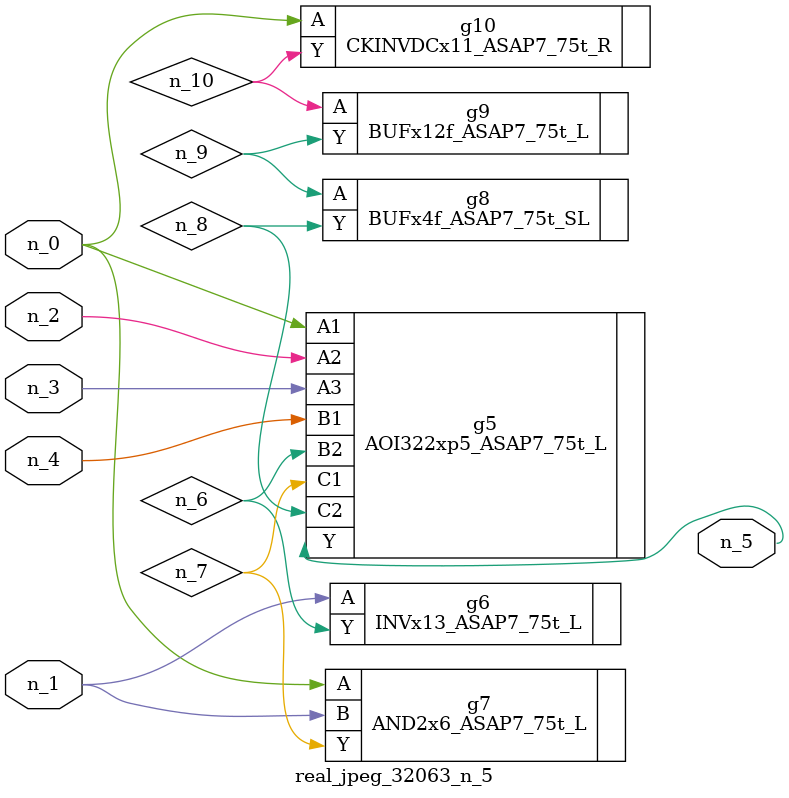
<source format=v>
module real_jpeg_32063_n_5 (n_4, n_0, n_1, n_2, n_3, n_5);

input n_4;
input n_0;
input n_1;
input n_2;
input n_3;

output n_5;

wire n_8;
wire n_6;
wire n_7;
wire n_10;
wire n_9;

AOI322xp5_ASAP7_75t_L g5 ( 
.A1(n_0),
.A2(n_2),
.A3(n_3),
.B1(n_4),
.B2(n_6),
.C1(n_7),
.C2(n_8),
.Y(n_5)
);

AND2x6_ASAP7_75t_L g7 ( 
.A(n_0),
.B(n_1),
.Y(n_7)
);

CKINVDCx11_ASAP7_75t_R g10 ( 
.A(n_0),
.Y(n_10)
);

INVx13_ASAP7_75t_L g6 ( 
.A(n_1),
.Y(n_6)
);

BUFx4f_ASAP7_75t_SL g8 ( 
.A(n_9),
.Y(n_8)
);

BUFx12f_ASAP7_75t_L g9 ( 
.A(n_10),
.Y(n_9)
);


endmodule
</source>
